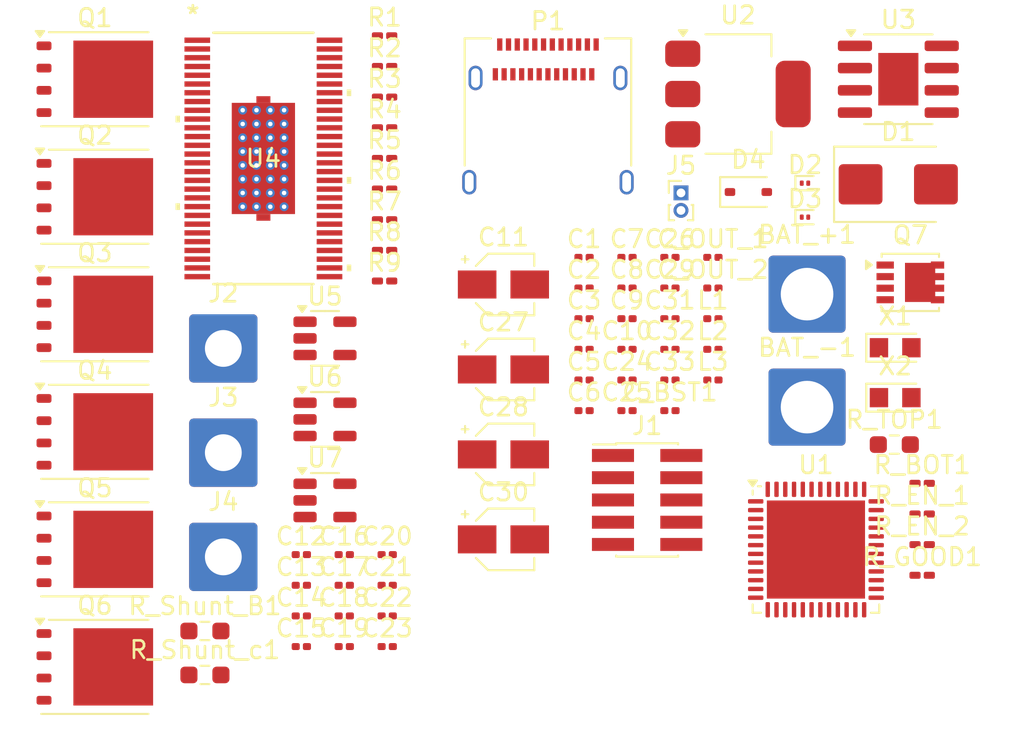
<source format=kicad_pcb>
(kicad_pcb (version 20240108) (generator "pcbnew") (generator_version "8.0")
  (layers (0 "F.Cu" signal) (1 "In1.Cu" power) (2 "In2.Cu" power) (31 "B.Cu" signal) (34 "B.Paste" user) (35 "F.Paste" user) (36 "B.SilkS" user "B.Silkscreen") (37 "F.SilkS" user "F.Silkscreen") (38 "B.Mask" user) (39 "F.Mask" user) (44 "Edge.Cuts" user))
  (net 0 "")
  (net 1 "+12V")
  (net 2 "Current_SP1-")
  (net 3 "Net-(U2-IN)")
  (net 4 "+3.3V")
  (net 5 "+3.3VA")
  (net 6 "Net-(U4A-BIAS)")
  (net 7 "Net-(U4B-CP1)")
  (net 8 "Net-(U4B-CP2)")
  (net 9 "Net-(U4B-GVDD)")
  (net 10 "GNDA")
  (net 11 "Net-(U4B-DVDD)")
  (net 12 "Net-(U4B-AVDD)")
  (net 13 "PH_BST_A")
  (net 14 "COMP_A")
  (net 15 "COMP_B")
  (net 16 "PH_BST_B")
  (net 17 "COMP_C")
  (net 18 "PH_BST_C")
  (net 19 "HSE_I")
  (net 20 "Net-(C30-Pad1)")
  (net 21 "HSE_O")
  (net 22 "LSE_I")
  (net 23 "LSE_O")
  (net 24 "Net-(U3-BST)")
  (net 25 "Net-(D1-K)")
  (net 26 "USB_D-")
  (net 27 "USB_D+")
  (net 28 "Net-(D4-A2)")
  (net 29 "JTAG_SWO")
  (net 30 "JTAG_SWDIO")
  (net 31 "JTAG_RESET")
  (net 32 "JTAG_SWCLK")
  (net 33 "JTAG_TDI")
  (net 35 "USART_RX")
  (net 36 "USART_TX")
  (net 39 "PH_GH_A")
  (net 40 "PH_GL_A")
  (net 41 "PH_GH_B")
  (net 42 "Current_SN1+")
  (net 43 "PH_GL_B")
  (net 44 "PH_GH_C")
  (net 45 "Current_SN2+")
  (net 46 "PH_GL_C")
  (net 47 "Net-(U5-+)")
  (net 48 "Net-(U6-+)")
  (net 49 "Net-(U7-+)")
  (net 50 "Net-(U5--)")
  (net 51 "Net-(U3-FB)")
  (net 52 "Net-(U3-EN)")
  (net 53 "Net-(U3-PGOOD)")
  (net 55 "Voltage_2")
  (net 56 "Voltage_1")
  (net 58 "CH")
  (net 59 "TEMP_2")
  (net 65 "Current_2")
  (net 66 "AH")
  (net 67 "CL")
  (net 68 "AL")
  (net 69 "TEMP_1")
  (net 70 "BEMF_A")
  (net 73 "Voltage_3")
  (net 76 "BEMF_B")
  (net 77 "BH")
  (net 79 "Current_1")
  (net 80 "BEMF_C")
  (net 81 "BL")
  (net 107 "MOT_A")
  (net 108 "MOT_B")
  (net 109 "MOT_C")
  (footprint "Inductor_SMD:L_0201_0603Metric" (layer "F.Cu") (at 85.2275 67.15)
    (property "Reference" "L1" (at 0 -1.05 0) (layer "F.SilkS"))
    (property "Value" "4.7u")
    (pad "1" smd roundrect (at -0.32 0) (size 0.46 0.4) (layers "F.Cu" "F.Mask") (net 25 "Net-(D1-K)"))
    (pad "2" smd roundrect (at 0.32 0) (size 0.46 0.4) (layers "F.Cu" "F.Mask") (net 4 "+3.3V"))
  )
  (footprint "Resistor_SMD:R_0603_1608Metric_Pad0.98x0.95mm_HandSolder" (layer "F.Cu") (at 56.2475 84.98)
    (property "Reference" "R_Shunt_B1" (at 0 -1.43 0) (layer "F.SilkS"))
    (property "Value" "R")
    (pad "1" smd roundrect (at -0.9125 0) (size 0.975 0.95) (layers "F.Cu" "F.Paste" "F.Mask") (net 42 "Current_SN1+"))
    (pad "2" smd roundrect (at 0.9125 0) (size 0.975 0.95) (layers "F.Cu" "F.Paste" "F.Mask") (net 2 "Current_SP1-"))
  )
  (footprint "Capacitor_SMD:C_0201_0603Metric" (layer "F.Cu") (at 85.2275 63.65)
    (property "Reference" "C_OUT_1" (at 0 -1.05 0) (layer "F.SilkS"))
    (property "Value" "0.1u")
    (pad "1" smd roundrect (at -0.32 0) (size 0.46 0.4) (layers "F.Cu" "F.Mask") (net 4 "+3.3V"))
    (pad "2" smd roundrect (at 0.32 0) (size 0.46 0.4) (layers "F.Cu" "F.Mask") (net 2 "Current_SP1-"))
  )
  (footprint "Capacitor_SMD:C_0201_0603Metric" (layer "F.Cu") (at 64.1975 82.37)
    (property "Reference" "C17" (at 0 -1.05 0) (layer "F.SilkS"))
    (property "Value" "C13")
    (pad "1" smd roundrect (at -0.32 0) (size 0.46 0.4) (layers "F.Cu" "F.Mask") (net 9 "Net-(U4B-GVDD)"))
    (pad "2" smd roundrect (at 0.32 0) (size 0.46 0.4) (layers "F.Cu" "F.Mask") (net 2 "Current_SP1-"))
  )
  (footprint "Capacitor_SMD:C_0201_0603Metric" (layer "F.Cu") (at 82.7775 65.4)
    (property "Reference" "C29" (at 0 -1.05 0) (layer "F.SilkS"))
    (property "Value" "10n")
    (pad "1" smd roundrect (at -0.32 0) (size 0.46 0.4) (layers "F.Cu" "F.Mask") (net 2 "Current_SP1-"))
    (pad "2" smd roundrect (at 0.32 0) (size 0.46 0.4) (layers "F.Cu" "F.Mask") (net 19 "HSE_I"))
  )
  (footprint "Package_TO_SOT_SMD:SOT-23-5" (layer "F.Cu") (at 63.0975 72.9)
    (property "Reference" "U6" (at 0 -2.4 0) (layer "F.SilkS"))
    (property "Value" "LM397")
    (pad "1" smd roundrect (at -1.1375 -0.95) (size 1.325 0.6) (layers "F.Cu" "F.Paste" "F.Mask") (net 50 "Net-(U5--)"))
    (pad "2" smd roundrect (at -1.1375 0) (size 1.325 0.6) (layers "F.Cu" "F.Paste" "F.Mask") (net 2 "Current_SP1-"))
    (pad "3" smd roundrect (at -1.1375 0.95) (size 1.325 0.6) (layers "F.Cu" "F.Paste" "F.Mask") (net 48 "Net-(U6-+)"))
    (pad "4" smd roundrect (at 1.1375 0.95) (size 1.325 0.6) (layers "F.Cu" "F.Paste" "F.Mask") (net 76 "BEMF_B"))
    (pad "5" smd roundrect (at 1.1375 -0.95) (size 1.325 0.6) (layers "F.Cu" "F.Paste" "F.Mask") (net 4 "+3.3V"))
  )
  (footprint "Package_TO_SOT_SMD:TDSON-8-1" (layer "F.Cu") (at 49.9675 73.61)
    (property "Reference" "Q4" (at 0 -3.5 0) (layer "F.SilkS"))
    (property "Value" "CSD17578Q5A")
    (pad "1" smd roundrect (at -2.9 -1.905) (size 0.85 0.5) (layers "F.Cu" "F.Paste" "F.Mask") (net 42 "Current_SN1+"))
    (pad "2" smd roundrect (at -2.9 -0.635) (size 0.85 0.5) (layers "F.Cu" "F.Paste" "F.Mask") (net 42 "Current_SN1+"))
    (pad "3" smd roundrect (at -2.9 0.635) (size 0.85 0.5) (layers "F.Cu" "F.Paste" "F.Mask") (net 42 "Current_SN1+"))
    (pad "4" smd roundrect (at -2.9 1.905) (size 0.85 0.5) (layers "F.Cu" "F.Paste" "F.Mask") (net 43 "PH_GL_B"))
    (pad "5" smd rect (at 1.05 0) (size 4.55 4.41) (layers "F.Cu") (net 108 "MOT_B"))
  )
  (footprint "Connector_Wire:SolderWire-1.5sqmm_1x01_D1.7mm_OD3.9mm" (layer "F.Cu") (at 57.2975 68.85)
    (property "Reference" "J2" (at 0 -3.15 0) (layer "F.SilkS"))
    (property "Value" "Conn_01x01_Pin")
    (pad "1" thru_hole roundrect (at 0 0) (size 3.9 3.9) (drill 2.1) (layers "*.Cu" "*.Mask") (roundrect_rratio 0.064103) (net 107 "MOT_A"))
  )
  (footprint "Package_TO_SOT_SMD:TDSON-8-1" (layer "F.Cu") (at 49.9675 60.19)
    (property "Reference" "Q2" (at 0 -3.5 0) (layer "F.SilkS"))
    (property "Value" "CSD17578Q5A")
    (pad "1" smd roundrect (at -2.9 -1.905) (size 0.85 0.5) (layers "F.Cu" "F.Paste" "F.Mask") (net 2 "Current_SP1-"))
    (pad "2" smd roundrect (at -2.9 -0.635) (size 0.85 0.5) (layers "F.Cu" "F.Paste" "F.Mask") (net 2 "Current_SP1-"))
    (pad "3" smd roundrect (at -2.9 0.635) (size 0.85 0.5) (layers "F.Cu" "F.Paste" "F.Mask") (net 2 "Current_SP1-"))
    (pad "4" smd roundrect (at -2.9 1.905) (size 0.85 0.5) (layers "F.Cu" "F.Paste" "F.Mask") (net 40 "PH_GL_A"))
    (pad "5" smd rect (at 1.05 0) (size 4.55 4.41) (layers "F.Cu") (net 107 "MOT_A"))
  )
  (footprint "Connector_PinHeader_1.00mm:PinHeader_1x02_P1.00mm_Vertical" (layer "F.Cu") (at 83.4075 59.97)
    (property "Reference" "J5" (at 0 -1.56 0) (layer "F.SilkS"))
    (property "Value" "Conn_01x02_Pin")
    (pad "1" thru_hole rect (at 0 0) (size 0.85 0.85) (drill 0.5) (layers "*.Cu" "*.Mask") (net 36 "USART_TX"))
    (pad "2" thru_hole oval (at 0 1) (size 0.85 0.85) (drill 0.5) (layers "*.Cu" "*.Mask") (net 35 "USART_RX"))
  )
  (footprint "Package_TO_SOT_SMD:TDSON-8-1" (layer "F.Cu") (at 49.9675 53.48)
    (property "Reference" "Q1" (at 0 -3.5 0) (layer "F.SilkS"))
    (property "Value" "CSD17578Q5A")
    (pad "1" smd roundrect (at -2.9 -1.905) (size 0.85 0.5) (layers "F.Cu" "F.Paste" "F.Mask") (net 107 "MOT_A"))
    (pad "2" smd roundrect (at -2.9 -0.635) (size 0.85 0.5) (layers "F.Cu" "F.Paste" "F.Mask") (net 107 "MOT_A"))
    (pad "3" smd roundrect (at -2.9 0.635) (size 0.85 0.5) (layers "F.Cu" "F.Paste" "F.Mask") (net 107 "MOT_A"))
    (pad "4" smd roundrect (at -2.9 1.905) (size 0.85 0.5) (layers "F.Cu" "F.Paste" "F.Mask") (net 39 "PH_GH_A"))
    (pad "5" smd rect (at 1.05 0) (size 4.55 4.41) (layers "F.Cu") (net 1 "+12V"))
  )
  (footprint "Resistor_SMD:R_0603_1608Metric_Pad0.98x0.95mm_HandSolder" (layer "F.Cu") (at 95.5775 74.34)
    (property "Reference" "R_TOP1" (at 0 -1.43 0) (layer "F.SilkS"))
    (property "Value" "31.6k")
    (pad "1" smd roundrect (at -0.9125 0) (size 0.975 0.95) (layers "F.Cu" "F.Paste" "F.Mask") (net 4 "+3.3V"))
    (pad "2" smd roundrect (at 0.9125 0) (size 0.975 0.95) (layers "F.Cu" "F.Paste" "F.Mask") (net 51 "Net-(U3-FB)"))
  )
  (footprint "Capacitor_SMD:C_0201_0603Metric" (layer "F.Cu") (at 80.3275 70.65)
    (property "Reference" "C24" (at 0 -1.05 0) (layer "F.SilkS"))
    (property "Value" "100n")
    (pad "1" smd roundrect (at -0.32 0) (size 0.46 0.4) (layers "F.Cu" "F.Mask") (net 4 "+3.3V"))
    (pad "2" smd roundrect (at 0.32 0) (size 0.46 0.4) (layers "F.Cu" "F.Mask") (net 2 "Current_SP1-"))
  )
  (footprint "Diode_SMD:Infineon_SG-WLL-2-3_0.58x0.28_P0.36mm" (layer "F.Cu") (at 90.4825 61.355)
    (property "Reference" "D3" (at 0 -1.05 0) (layer "F.SilkS"))
    (property "Value" "ESD131-B1-W0201")
    (pad "1" smd roundrect (at -0.185 0) (size 0.22 0.3) (layers "F.Cu" "F.Mask") (net 2 "Current_SP1-"))
    (pad "2" smd roundrect (at 0.185 0) (size 0.22 0.3) (layers "F.Cu" "F.Mask") (net 27 "USB_D+"))
  )
  (footprint "Resistor_SMD:R_0201_0603Metric_Pad0.64x0.40mm_HandSolder" (layer "F.Cu") (at 66.4975 65)
    (property "Reference" "R9" (at 0 -1.05 0) (layer "F.SilkS"))
    (property "Value" "R")
    (pad "1" smd roundrect (at -0.4075 0) (size 0.635 0.4) (layers "F.Cu" "F.Mask") (net 2 "Current_SP1-"))
    (pad "2" smd roundrect (at 0.4075 0) (size 0.635 0.4) (layers "F.Cu" "F.Mask") (net 49 "Net-(U7-+)"))
  )
  (footprint "Package_TO_SOT_SMD:TDSON-8-1" (layer "F.Cu") (at 49.9675 66.9)
    (property "Reference" "Q3" (at 0 -3.5 0) (layer "F.SilkS"))
    (property "Value" "CSD17578Q5A")
    (pad "1" smd roundrect (at -2.9 -1.905) (size 0.85 0.5) (layers "F.Cu" "F.Paste" "F.Mask") (net 108 "MOT_B"))
    (pad "2" smd roundrect (at -2.9 -0.635) (size 0.85 0.5) (layers "F.Cu" "F.Paste" "F.Mask") (net 108 "MOT_B"))
    (pad "3" smd roundrect (at -2.9 0.635) (size 0.85 0.5) (layers "F.Cu" "F.Paste" "F.Mask") (net 108 "MOT_B"))
    (pad "4" smd roundrect (at -2.9 1.905) (size 0.85 0.5) (layers "F.Cu" "F.Paste" "F.Mask") (net 41 "PH_GH_B"))
    (pad "5" smd rect (at 1.05 0) (size 4.55 4.41) (layers "F.Cu") (net 1 "+12V"))
  )
  (footprint "Diode_SMD:Infineon_SG-WLL-2-3_0.58x0.28_P0.36mm" (layer "F.Cu") (at 90.4825 59.415)
    (property "Reference" "D2" (at 0 -1.05 0) (layer "F.SilkS"))
    (property "Value" "ESD131-B1-W0201")
    (pad "1" smd roundrect (at -0.185 0) (size 0.22 0.3) (layers "F.Cu" "F.Mask") (net 2 "Current_SP1-"))
    (pad "2" smd roundrect (at 0.185 0) (size 0.22 0.3) (layers "F.Cu" "F.Mask") (net 26 "USB_D-"))
  )
  (footprint "Capacitor_SMD:C_0201_0603Metric" (layer "F.Cu") (at 82.7775 70.65)
    (property "Reference" "C33" (at 0 -1.05 0) (layer "F.SilkS"))
    (property "Value" "10n")
    (pad "1" smd roundrect (at -0.32 0) (size 0.46 0.4) (layers "F.Cu" "F.Mask") (net 23 "LSE_O"))
    (pad "2" smd roundrect (at 0.32 0) (size 0.46 0.4) (layers "F.Cu" "F.Mask") (net 2 "Current_SP1-"))
  )
  (footprint "Capacitor_SMD:C_0201_0603Metric" (layer "F.Cu") (at 61.7475 80.62)
    (property "Reference" "C12" (at 0 -1.05 0) (layer "F.SilkS"))
    (property "Value" "0.1u")
    (pad "1" smd roundrect (at -0.32 0) (size 0.46 0.4) (layers "F.Cu" "F.Mask") (net 6 "Net-(U4A-BIAS)"))
    (pad "2" smd roundrect (at 0.32 0) (size 0.46 0.4) (layers "F.Cu" "F.Mask") (net 2 "Current_SP1-"))
  )
  (footprint "Connector_Wire:SolderWire-1.5sqmm_1x01_D1.7mm_OD3.9mm" (layer "F.Cu") (at 57.2975 74.8)
    (property "Reference" "J3" (at 0 -3.15 0) (layer "F.SilkS"))
    (property "Value" "Conn_01x01_Pin")
    (pad "1" thru_hole roundrect (at 0 0) (size 3.9 3.9) (drill 2.1) (layers "*.Cu" "*.Mask") (roundrect_rratio 0.064103) (net 108 "MOT_B"))
  )
  (footprint "Resistor_SMD:R_0201_0603Metric_Pad0.64x0.40mm_HandSolder" (layer "F.Cu") (at 66.4975 58)
    (property "Reference" "R5" (at 0 -1.05 0) (layer "F.SilkS"))
    (property "Value" "R")
    (pad "1" smd roundrect (at -0.4075 0) (size 0.635 0.4) (layers "F.Cu" "F.Mask") (net 50 "Net-(U5--)"))
    (pad "2" smd roundrect (at 0.4075 0) (size 0.635 0.4) (layers "F.Cu" "F.Mask") (net 48 "Net-(U6-+)"))
  )
  (footprint "Capacitor_SMD:C_0201_0603Metric" (layer "F.Cu") (at 82.7775 63.65)
    (property "Reference" "C26" (at 0 -1.05 0) (layer "F.SilkS"))
    (property "Value" "100n")
    (pad "1" smd roundrect (at -0.32 0) (size 0.46 0.4) (layers "F.Cu" "F.Mask") (net 4 "+3.3V"))
    (pad "2" smd roundrect (at 0.32 0) (size 0.46 0.4) (layers "F.Cu" "F.Mask") (net 2 "Current_SP1-"))
  )
  (footprint "Resistor_SMD:R_0201_0603Metric_Pad0.64x0.40mm_HandSolder" (layer "F.Cu") (at 66.4975 59.75)
    (property "Reference" "R6" (at 0 -1.05 0) (layer "F.SilkS"))
    (property "Value" "R")
    (pad "1" smd roundrect (at -0.4075 0) (size 0.635 0.4) (layers "F.Cu" "F.Mask") (net 50 "Net-(U5--)"))
    (pad "2" smd roundrect (at 0.4075 0) (size 0.635 0.4) (layers "F.Cu" "F.Mask") (net 49 "Net-(U7-+)"))
  )
  (footprint "Capacitor_SMD:CP_Elec_3x5.3" (layer "F.Cu") (at 73.2775 79.75)
    (property "Reference" "C30" (at 0 -2.7 0) (layer "F.SilkS"))
    (property "Value" "100u")
    (pad "1" smd rect (at -1.5 0) (size 2.2 1.6) (layers "F.Cu" "F.Paste" "F.Mask") (net 20 "Net-(C30-Pad1)"))
    (pad "2" smd rect (at 1.5 0) (size 2.2 1.6) (layers "F.Cu" "F.Paste" "F.Mask") (net 2 "Current_SP1-"))
  )
  (footprint "Resistor_SMD:R_0201_0603Metric_Pad0.64x0.40mm_HandSolder" (layer "F.Cu") (at 66.4975 61.5)
    (property "Reference" "R7" (at 0 -1.05 0) (layer "F.SilkS"))
    (property "Value" "R")
    (pad "1" smd roundrect (at -0.4075 0) (size 0.635 0.4) (layers "F.Cu" "F.Mask") (net 2 "Current_SP1-"))
    (pad "2" smd roundrect (at 0.4075 0) (size 0.635 0.4) (layers "F.Cu" "F.Mask") (net 47 "Net-(U5-+)"))
  )
  (footprint "Capacitor_SMD:C_0201_0603Metric" (layer "F.Cu") (at 77.8775 72.4)
    (property "Reference" "C6" (at 0 -1.05 0) (layer "F.SilkS"))
    (property "Value" "100n")
    (pad "1" smd roundrect (at -0.32 0) (size 0.46 0.4) (layers "F.Cu" "F.Mask") (net 4 "+3.3V"))
    (pad "2" smd roundrect (at 0.32 0) (size 0.46 0.4) (layers "F.Cu" "F.Mask") (net 2 "Current_SP1-"))
  )
  (footprint "Capacitor_SMD:CP_Elec_3x5.3" (layer "F.Cu") (at 73.2775 74.9)
    (property "Reference" "C28" (at 0 -2.7 0) (layer "F.SilkS"))
    (property "Value" "100u")
    (pad "1" smd rect (at -1.5 0) (size 2.2 1.6) (layers "F.Cu" "F.Paste" "F.Mask") (net 1 "+12V"))
    (pad "2" smd rect (at 1.5 0) (size 2.2 1.6) (layers "F.Cu" "F.Paste" "F.Mask") (net 2 "Current_SP1-"))
  )
  (footprint "Package_SO:Vishay_PowerPAK_1212-8_Single" (layer "F.Cu") (at 96.4925 65.08)
    (property "Reference" "Q7" (at 0 -2.7 0) (layer "F.SilkS"))
    (property "Value" "Si7617DN")
    (pad "1" smd rect (at -1.435 -0.99) (size 0.99 0.405) (layers "F.Cu" "F.Paste" "F.Mask") (net 20 "Net-(C30-Pad1)"))
    (pad "2" smd rect (at -1.435 -0.33) (size 0.99 0.405) (layers "F.Cu" "F.Paste" "F.Mask") (net 20 "Net-(C30-Pad1)"))
    (pad "3" smd rect (at -1.435 0.33) (size 0.99 0.405) (layers "F.Cu" "F.Paste" "F.Mask") (net 20 "Net-(C30-Pad1)"))
    (pad "4" smd rect (at -1.435 0.99) (size 0.99 0.405) (layers "F.Cu" "F.Paste" "F.Mask") (net 2 "Current_SP1-"))
    (pad "5" smd custom (at 0.5575 0) (size 1.725 2.235) (layers "F.Cu" "F.Paste" "F.Mask") (net 28 "Net-(D4-A2)") (options (clearance outline) (anchor rect)) (primitives (gr_poly (pts (xy 1.3725 -0.7875) (xy 0.8625 -0.7875) (xy 0.8625 -0.5325) (xy 1.3725 -0.5325) (xy 1.3725 -0.1275) (xy 0.8625 -0.1275) (xy 0.8625 0.1275) (xy 1.3725 0.1275) (xy 1.3725 0.5325) (xy 0.8625 0.5325) (xy 0.8625 0.7875) (xy 1.3725 0.7875) (xy 1.3725 1.195) (xy 0.6125 1.195) (xy 0.6125 -1.195) (xy 1.3725 -1.195)) (width 0) (fill yes))))
  )
  (footprint "Capacitor_SMD:C_0201_0603Metric" (layer "F.Cu") (at 77.8775 63.65)
    (property "Reference" "C1" (at 0 -1.05 0) (layer "F.SilkS"))
    (property "Value" "10u 25V")
    (pad "1" smd roundrect (at -0.32 0) (size 0.46 0.4) (layers "F.Cu" "F.Mask") (net 1 "+12V"))
    (pad "2" smd roundrect (at 0.32 0) (size 0.46 0.4) (layers "F.Cu" "F.Mask") (net 2 "Current_SP1-"))
  )
  (footprint "Inductor_SMD:L_0201_0603Metric" (layer "F.Cu") (at 85.2275 68.9)
    (property "Reference" "L2" (at 0 -1.05 0) (layer "F.SilkS"))
    (property "Value" "1u")
    (pad "1" smd roundrect (at -0.32 0) (size 0.46 0.4) (layers "F.Cu" "F.Mask") (net 4 "+3.3V"))
    (pad "2" smd roundrect (at 0.32 0) (size 0.46 0.4) (layers "F.Cu" "F.Mask") (net 5 "+3.3VA"))
  )
  (footprint "Crystal:Crystal_SMD_2012-2Pin_2.0x1.2mm_HandSoldering" (layer "F.Cu") (at 95.6275 68.81)
    (property "Reference" "X1" (at 0 -1.8 0) (layer "F.SilkS"))
    (property "Value" "32MHz")
    (pad "1" smd rect (at -0.925 0) (size 1.05 1.1) (layers "F.Cu" "F.Paste" "F.Mask") (net 21 "HSE_O"))
    (pad "2" smd rect (at 0.925 0) (size 1.05 1.1) (layers "F.Cu" "F.Paste" "F.Mask") (net 19 "HSE_I"))
  )
  (footprint "Capacitor_SMD:C_0201_0603Metric" (layer "F.Cu") (at 66.6475 82.37)
    (property "Reference" "C21" (at 0 -1.05 0) (layer "F.SilkS"))
    (property "Value" "0.1u")
    (pad "1" smd roundrect (at -0.32 0) (size 0.46 0.4) (layers "F.Cu" "F.Mask") (net 16 "PH_BST_B"))
    (pad "2" smd roundrect (at 0.32 0) (size 0.46 0.4) (layers "F.Cu" "F.Mask") (net 108 "MOT_B"))
  )
  (footprint "Resistor_SMD:R_0201_0603Metric_Pad0.64x0.40mm_HandSolder" (layer "F.Cu") (at 66.4975 52.75)
    (property "Reference" "R2" (at 0 -1.05 0) (layer "F.SilkS"))
    (property "Value" "R")
    (pad "1" smd roundrect (at -0.4075 0) (size 0.635 0.4) (layers "F.Cu" "F.Mask") (net 48 "Net-(U6-+)"))
    (pad "2" smd roundrect (at 0.4075 0) (size 0.635 0.4) (layers "F.Cu" "F.Mask") (net 15 "COMP_B"))
  )
  (footprint "Capacitor_SMD:C_0201_0603Metric" (layer "F.Cu") (at 80.3275 67.15)
    (property "Reference" "C9" (at 0 -1.05 0) (layer "F.SilkS"))
    (property "Value" "4.7u")
    (pad "1" smd roundrect (at -0.32 0) (size 0.46 0.4) (layers "F.Cu" "F.Mask") (net 5 "+3.3VA"))
    (pad "2" smd roundrect (at 0.32 0) (size 0.46 0.4) (layers "F.Cu" "F.Mask") (net 2 "Current_SP1-"))
  )
  (footprint "Diode_SMD:D_SMB" (layer "F.Cu") (at 95.8025 59.48)
    (property "Reference" "D1" (at 0 -3 0) (layer "F.SilkS"))
    (property "Value" "SSB43L")
    (pad "1" smd roundrect (at -2.15 0) (size 2.5 2.3) (layers "F.Cu" "F.Paste" "F.Mask") (roundrect_rratio 0.1086956522) (net 25 "Net-(D1-K)"))
    (pad "2" smd roundrect (at 2.15 0) (size 2.5 2.3) (layers "F.Cu" "F.Paste" "F.Mask") (roundrect_rratio 0.1086956522) (net 2 "Current_SP1-"))
  )
  (footprint "Resistor_SMD:R_0201_0603Metric_Pad0.64x0.40mm_HandSolder" (layer "F.Cu") (at 97.1675 76.55)
    (property "Reference" "R_BOT1" (at 0 -1.05 0) (layer "F.SilkS"))
    (property "Value" "10.2k")
    (pad "1" smd roundrect (at -0.4075 0) (size 0.635 0.4) (layers "F.Cu" "F.Mask") (net 51 "Net-(U3-FB)"))
    (pad "2" smd roundrect (at 0.4075 0) (size 0.635 0.4) (layers "F.Cu" "F.Mask") (net 2 "Current_SP1-"))
  )
  (footprint "Capacitor_SMD:C_0201_0603Metric" (layer "F.Cu") (at 80.3275 65.4)
    (property "Reference" "C8" (at 0 -1.05 0) (layer "F.SilkS"))
    (property "Value" "100n")
    (pad "1" smd roundrect (at -0.32 0) (size 0.46 0.4) (layers "F.Cu" "F.Mask") (net 4 "+3.3V"))
    (pad "2" smd roundrect (at 0.32 0) (size 0.46 0.4) (layers "F.Cu" "F.Mask") (net 2 "Current_SP1-"))
  )
  (footprint "Connector_Wire:SolderWire-1.5sqmm_1x01_D1.7mm_OD3.9mm" (layer "F.Cu") (at 57.2975 80.75)
    (property "Reference" "J4" (at 0 -3.15 0) (layer "F.SilkS"))
    (property "Value" "Conn_01x01_Pin")
    (pad "1" thru_hole roundrect (at 0 0) (size 3.9 3.9) (drill 2.1) (layers "*.Cu" "*.Mask") (roundrect_rratio 0.064103) (net 109 "MOT_C"))
  )
  (footprint "Package_SO:SOIC-8-1EP_3.9x4.9mm_P1.27mm_EP2.29x3mm" (layer "F.Cu") (at 95.8075 53.48)
    (property "Reference" "U3" (at 0 -3.4 0) (layer "F.SilkS"))
    (property "Value" "ADP2302ARDZ-3.3")
    (pad "1" smd roundrect (at -2.475 -1.905) (size 1.95 0.6) (layers "F.Cu" "F.Paste" "F.Mask") (net 24 "Net-(U3-BST)"))
    (pad "2" smd roundrect (at -2.475 -0.635) (size 1.95 0.6) (layers "F.Cu" "F.Paste" "F.Mask") (net 1 "+12V"))
    (pad "3" smd roundrect (at -2.475 0.635) (size 1.95 0.6) (layers "F.Cu" "F.Paste" "F.Mask") (net 52 "Net-(U3-EN)"))
    (pad "4" smd roundrect (at -2.475 1.905) (size 1.95 0.6) (layers "F.Cu" "F.Paste" "F.Mask") (net 53 "Net-(U3-PGOOD)"))
    (pad "5" smd roundrect (at 2.475 1.905) (size 1.95 0.6) (layers "F.Cu" "F.Paste" "F.Mask") (net 51 "Net-(U3-FB)"))
    (pad "6" smd roundrect (at 2.475 0.635) (size 1.95 0.6) (layers "F.Cu" "F.Paste" "F.Mask"))
    (pad "7" smd roundrect (at 2.475 -0.635) (size 1.95 0.6) (layers "F.Cu" "F.Paste" "F.Mask") (net 2 "Current_SP1-"))
    (pad "8" smd roundrect (at 2.475 -1.905) (size 1.95 0.6) (layers "F.Cu" "F.Paste" "F.Mask") (net 25 "Net-(D1-K)"))
    (pad "9" smd rect (at 0 0) (size 2.29 3) (property pad_prop_heatsink) (layers "F.Cu" "F.Mask") (net 2 "Current_SP1-"))
  )
  (footprint "Capacitor_SMD:C_0201_0603Metric" (layer "F.Cu") (at 85.2275 65.4)
    (property "Reference" "C_OUT_2" (at 0 -1.05 0) (layer "F.SilkS"))
    (property "Value" "0.1u")
    (pad "1" smd roundrect (at -0.32 0) (size 0.46 0.4) (layers "F.Cu" "F.Mask") (net 4 "+3.3V"))
    (pad "2" smd roundrect (at 0.32 0) (size 0.46 0.4) (layers "F.Cu" "F.Mask") (net 2 "Current_SP1-"))
  )
  (footprint "Capacitor_SMD:C_0201_0603Metric" (layer "F.Cu") (at 82.7775 72.4)
    (property "Reference" "C_BST1" (at 0 -1.05 0) (layer "F.SilkS"))
    (property "Value" "0.1u")
    (pad "1" smd roundrect (at -0.32 0) (size 0.46 0.4) (layers "F.Cu" "F.Mask") (net 24 "Net-(U3-BST)"))
    (pad "2" smd roundrect (at 0.32 0) (size 0.46 0.4) (layers "F.Cu" "F.Mask") (net 25 "Net-(D1-K)"))
  )
  (footprint "Capacitor_SMD:C_0201_0603Metric" (layer "F.Cu") (at 61.7475 82.37)
    (property "Reference" "C13" (at 0 -1.05 0) (layer "F.SilkS"))
    (property "Value" "C13")
    (pad "1" smd roundrect (at -0.32 0) (size 0.46 0.4) (layers "F.Cu" "F.Mask") (net 7 "Net-(U4B-CP1)"))
    (pad "2" smd roundrect (at 0.32 0) (size 0.46 0.4) (layers "F.Cu" "F.Mask") (net 8 "Net-(U4B-CP2)"))
  )
  (footprint "Inductor_SMD:L_0201_0603Metric" (layer "F.Cu") (at 85.2275 70.65)
    (property "Reference" "L3" (at 0 -1.05 0) (layer "F.SilkS"))
    (property "Value" "1u")
    (pad "1" smd roundrect (at -0.32 0) (size 0.46 0.4) (layers "F.Cu" "F.Mask") (net 20 "Net-(C30-Pad1)"))
    (pad "2" smd roundrect (at 0.32 0) (size 0.46 0.4) (layers "F.Cu" "F.Mask") (net 1 "+12V"))
  )
  (footprint "Capacitor_SMD:C_0201_0603Metric" (layer "F.Cu") (at 77.8775 65.4)
    (property "Reference" "C2" (at 0 -1.05 0) (layer "F.SilkS"))
    (property "Value" "10u")
    (pad "1" smd roundrect (at -0.32 0) (size 0.46 0.4) (layers "F.Cu" "F.Mask") (net 3 "Net-(U2-IN)"))
    (pad "2" smd roundrect (at 0.32 0) (size 0.46 0.4) (layers "F.Cu" "F.Mask") (net 2 "Current_SP1-"))
  )
  (footprint "Resistor_SMD:R_0201_0603Metric_Pad0.64x0.40mm_HandSolder" (layer "F.Cu") (at 66.4975 51)
    (property "Reference" "R1" (at 0 -1.05 0) (layer "F.SilkS"))
    (property "Value" "R")
    (pad "1" smd roundrect (at -0.4075 0) (size 0.635 0.4) (layers "F.Cu" "F.Mask") (net 47 "Net-(U5-+)"))
    (pad "2" smd roundrect (at 0.4075 0) (size 0.635 0.4) (layers "F.Cu" "F.Mask") (net 14 "COMP_A"))
  )
  (footprint "Resistor_SMD:R_0201_0603Metric_Pad0.64x0.40mm_HandSolder" (layer "F.Cu") (at 97.1675 78.3)
    (property "Reference" "R_EN_1" (at 0 -1.05 0) (layer "F.SilkS"))
    (property "Value" "56k")
    (pad "1" smd roundrect (at -0.4075 0) (size 0.635 0.4) (layers "F.Cu" "F.Mask") (net 1 "+12V"))
    (pad "2" smd roundrect (at 0.4075 0) (size 0.635 0.4) (layers "F.Cu" "F.Mask") (net 52 "Net-(U3-EN)"))
  )
  (footprint "Capacitor_SMD:C_0201_0603Metric" (layer "F.Cu") (at 66.6475 84.12)
    (property "Reference" "C22" (at 0 -1.05 0) (layer "F.SilkS"))
    (property "Value" "0.1u")
    (pad "1" smd roundrect (at -0.32 0) (size 0.46 0.4) (layers "F.Cu" "F.Mask") (net 18 "PH_BST_C"))
    (pad "2" smd roundrect (at 0.32 0) (size 0.46 0.4) (layers "F.Cu" "F.Mask") (net 109 "MOT_C"))
  )
  (footprint "Package_DFN_QFN:QFN-48-1EP_7x7mm_P0.5mm_EP5.6x5.6mm" (layer "F.Cu") (at 91.1075 80.33)
    (property "Reference" "U1" (at 0 -4.83 0) (layer "F.SilkS"))
    (property "Value" "STM32G491CCUx")
    (pad "1" smd roundrect (at -3.4375 -2.75) (size 0.875 0.25) (layers "F.Cu" "F.Paste" "F.Mask") (net 4 "+3.3V"))
    (pad "2" smd roundrect (at -3.4375 -2.25) (size 0.875 0.25) (layers "F.Cu" "F.Paste" "F.Mask"))
    (pad "3" smd roundrect (at -3.4375 -1.75) (size 0.875 0.25) (layers "F.Cu" "F.Paste" "F.Mask") (net 22 "LSE_I"))
    (pad "4" smd roundrect (at -3.4375 -1.25) (size 0.875 0.25) (layers "F.Cu" "F.Paste" "F.Mask") (net 23 "LSE_O"))
    (pad "5" smd roundrect (at -3.4375 -0.75) (size 0.875 0.25) (layers "F.Cu" "F.Paste" "F.Mask") (net 19 "HSE_I"))
    (pad "6" smd roundrect (at -3.4375 -0.25) (size 0.875 0.25) (layers "F.Cu" "F.Paste" "F.Mask") (net 21 "HSE_O"))
    (pad "7" smd roundrect (at -3.4375 0.25) (size 0.875 0.25) (layers "F.Cu" "F.Paste" "F.Mask") (net 68 "AL"))
    (pad "8" smd roundrect (at -3.4375 0.75) (size 0.875 0.25) (layers "F.Cu" "F.Paste" "F.Mask") (net 66 "AH"))
    (pad "9" smd roundrect (at -3.4375 1.25) (size 0.875 0.25) (layers "F.Cu" "F.Paste" "F.Mask") (net 77 "BH"))
    (pad "10" smd roundrect (at -3.4375 1.75) (size 0.875 0.25) (layers "F.Cu" "F.Paste" "F.Mask") (net 81 "BL"))
    (pad "11" smd roundrect (at -3.4375 2.25) (size 0.875 0.25) (layers "F.Cu" "F.Paste" "F.Mask") (net 58 "CH"))
    (pad "12" smd roundrect (at -3.4375 2.75) (size 0.875 0.25) (layers "F.Cu" "F.Paste" "F.Mask") (net 67 "CL"))
    (pad "13" smd roundrect (at -2.75 3.4375) (size 0.25 0.875) (layers "F.Cu" "F.Paste" "F.Mask") (net 70 "BEMF_A"))
    (pad "14" smd roundrect (at -2.25 3.4375) (size 0.25 0.875) (layers "F.Cu" "F.Paste" "F.Mask") (net 76 "BEMF_B"))
    (pad "15" smd roundrect (at -1.75 3.4375) (size 0.25 0.875) (layers "F.Cu" "F.Paste" "F.Mask") (net 80 "BEMF_C"))
    (pad "16" smd roundrect (at -1.25 3.4375) (size 0.25 0.875) (layers "F.Cu" "F.Paste" "F.Mask") (net 69 "TEMP_1"))
    (pad "17" smd roundrect (at -0.75 3.4375) (size 0.25 0.875) (layers "F.Cu" "F.Paste" "F.Mask") (net 59 "TEMP_2"))
    (pad "18" smd roundrect (at -0.25 3.4375) (size 0.25 0.875) (layers "F.Cu" "F.Paste" "F.Mask") (net 79 "Current_1"))
    (pad "19" smd roundrect (at 0.25 3.4375) (size 0.25 0.875) (layers "F.Cu" "F.Paste" "F.Mask"))
    (pad "20" smd roundrect (at 0.75 3.4375) (size 0.25 0.875) (layers "F.Cu" "F.Paste" "F.Mask"))
    (pad "21" smd roundrect (at 1.25 3.4375) (size 0.25 0.875) (layers "F.Cu" "F.Paste" "F.Mask") (net 5 "+3.3VA"))
    (pad "22" smd roundrect (at 1.75 3.4375) (size 0.25 0.875) (layers "F.Cu" "F.Paste" "F.Mask"))
    (pad "23" smd roundrect (at 2.25 3.4375) (size 0.25 0.875) (layers "F.Cu" "F.Paste" "F.Mask") (net 4 "+3.3V"))
    (pad "24" smd roundrect (at 2.75 3.4375) (size 0.25 0.875) (layers "F.Cu" "F.Paste" "F.Mask") (net 65 "Current_2"))
    (pad "25" smd roundrect (at 3.4375 2.75) (size 0.875 0.25) (layers "F.Cu" "F.Paste" "F.Mask"))
    (pad "26" smd roundrect (at 3.4375 2.25) (size 0.875 0.25) (layers "F.Cu" "F.Paste" "F.Mask") (net 73 "Voltage_3"))
    (pad "27" smd roundrect (at 3.4375 1.75) (size 0.875 0.25) (layers "F.Cu" "F.Paste" "F.Mask") (net 55 "Voltage_2"))
    (pad "28" smd roundrect (at 3.4375 1.25) (size 0.875 0.25) (layers "F.Cu" "F.Paste" "F.Mask") (net 56 "Voltage_1"))
    (pad "29" smd roundrect (at 3.4375 0.75) (size 0.875 0.25) (layers "F.Cu" "F.Paste" "F.Mask"))
    (pad "30" smd roundrect (at 3.4375 0.25) (size 0.875 0.25) (layers "F.Cu" "F.Paste" "F.Mask"))
    (pad "31" smd roundrect (at 3.4375 -0.25) (size 0.875 0.25) (layers "F.Cu" "F.Paste" "F.Mask") (net 36 "USART_TX"))
    (pad "32" smd roundrect (at 3.4375 -0.75) (size 0.875 0.25) (layers "F.Cu" "F.Paste" "F.Mask") (net 35 "USART_RX"))
    (pad "33" smd roundrect (at 3.4375 -1.25) (size 0.875 0.25) (layers "F.Cu" "F.Paste" "F.Mask") (net 26 "USB_D-"))
    (pad "34" smd roundrect (at 3.4375 -1.75) (size 0.875 0.25) (layers "F.Cu" "F.Paste" "F.Mask") (net 27 "USB_D+"))
    (pad "35" smd roundrect (at 3.4375 -2.25) (size 0.875 0.25) (layers "F.Cu" "F.Paste" "F.Mask") (net 4 "+3.3V"))
    (pad "36" smd roundrect (at 3.4375 -2.75) (size 0.875 0.25) (layers "F.Cu" "F.Paste" "F.Mask") (net 30 "JTAG_SWDIO"))
    (pad "37" smd roundrect (at 2.75 -3.4375) (size 0.25 0.875) (layers "F.Cu" "F.Paste" "F.Mask") (net 32 "JTAG_SWCLK"))
    (pad "38" smd roundrect (at 2.25 -3.4375) (size 0.25 0.875) (layers "F.Cu" "F.Paste" "F.Mask") (net 33 "JTAG_TDI"))
    (pad "39" smd roundrect (at 1.75 -3.4375) (size 0.25 0.875) (layers "F.Cu" "F.Paste" "F.Mask"))
    (pad "40" smd roundrect (at 1.25 -3.4375) (size 0.25 0.875) (layers "F.Cu" "F.Paste" "F.Mask"))
    (pad "41" smd roundrect (at 0.75 -3.4375) (size 0.25 0.875) (layers "F.Cu" "F.Paste" "F.Mask") (net 29 "JTAG_SWO"))
    (pad "42" smd roundrect (at 0.25 -3.4375) (size 0.25 0.875) (layers "F.Cu" "F.Paste" "F.Mask") (net 31 "JTAG_RESET"))
    (pad "43" smd roundrect (at -0.25 -3.4375) (size 0.25 0.875) (layers "F.Cu" "F.Paste" "F.Mask"))
    (pad "44" smd roundrect (at -0.75 -3.4375) (size 0.25 0.875) (layers "F.Cu" "F.Paste" "F.Mask"))
    (pad "45" smd roundrect (at -1.25 -3.4375) (size 0.25 0.875) (layers "F.Cu" "F.Paste" "F.Mask"))
    (pad "46" smd roundrect (at -1.75 -3.4375) (size 0.25 0.875) (layers "F.Cu" "F.Paste" "F.Mask"))
    (pad "47" smd roundrect (at -2.25 -3.4375) (size 0.25 0.875) (layers "F.Cu" "F.Paste" "F.Mask"))
    (pad "48" smd roundrect (at -2.75 -3.4375) (size 0.25 0.875) (layers "F.Cu" "F.Paste" "F.Mask") (net 4 "+3.3V"))
    (pad "49" smd rect (at 0 0) (size 5.6 5.6) (property pad_prop_heatsink) (layers "F.Cu" "F.Mask") (net 2 "Current_SP1-"))
  )
  (footprint "Resistor_SMD:R_0201_0603Metric_Pad0.64x0.40mm_HandSolder" (layer "F.Cu") (at 66.4975 56.25)
    (property "Reference" "R4" (at 0 -1.05 0) (layer "F.SilkS"))
    (property "Value" "R")
    (pad "1" smd roundrect (at -0.4075 0) (size 0.635 0.4) (layers "F.Cu" "F.Mask") (net 50 "Net-(U5--)"))
    (pad "2" smd roundrect (at 0.4075 0) (size 0.635 0.4) (layers "F.Cu" "F.Mask") (net 47 "Net-(U5-+)"))
  )
  (footprint "Connector_Wire:SolderWire-2.5sqmm_1x01_D2.4mm_OD4.4mm" (layer "F.Cu") (at 90.6 72.2)
    (property "Reference" "BAT_-1" (at 0 -3.4 0) (layer "F.SilkS"))
    (property "Value" "BAT_OUT")
    (pad "1" thru_hole roundrect (at 0 0) (size 4.4 4.4) (drill 3) (layers "*.Cu" "*.Mask") (roundrect_rratio 0.056818) (net 2 "Current_SP1-"))
  )
  (footprint "Resistor_SMD:R_0201_0603Metric_Pad0.64x0.40mm_HandSolder" (layer "F.Cu") (at 97.1675 80.05)
    (property "Reference" "R_EN_2" (at 0 -1.05 0) (layer "F.SilkS"))
    (property "Value" "10.2k")
    (pad "1" smd roundrect (at -0.4075 0) (size 0.635 0.4) (layers "F.Cu" "F.Mask") (net 52 "Net-(U3-EN)"))
    (pad "2" smd roundrect (at 0.4075 0) (size 0.635 0.4) (layers "F.Cu" "F.Mask") (net 2 "Current_SP1-"))
  )
  (footprint "Capacitor_SMD:C_0201_0603Metric" (layer "F.Cu") (at 77.8775 70.65)
    (property "Reference" "C5" (at 0 -1.05 0) (layer "F.SilkS"))
    (property "Value" "100n")
    (pad "1" smd roundrect (at -0.32 0) (size 0.46 0.4) (layers "F.Cu" "F.Mask") (net 4 "+3.3V"))
    (pad "2" smd roundrect (at 0.32 0) (size 0.46 0.4) (layers "F.Cu" "F.Mask") (net 2 "Current_SP1-"))
  )
  (footprint "Capacitor_SMD:C_0201_0603Metric" (layer "F.Cu") (at 66.6475 85.87)
    (property "Reference" "C23" (at 0 -1.05 0) (layer "F.SilkS"))
    (property "Value" "100n")
    (pad "1" smd roundrect (at -0.32 0) (size 0.46 0.4) (layers "F.Cu" "F.Mask") (net 1 "+12V"))
    (pad "2" smd roundrect (at 0.32 0) (size 0.46 0.4) (layers "F.Cu" "F.Mask") (net 2 "Current_SP1-"))
  )
  (footprint "Connector_USB:USB_C_Receptacle_Amphenol_12401610E4-2A" (layer "F.Cu") (at 75.8175 56.52)
    (property "Reference" "P1" (at 0 -6.36 0) (layer "F.SilkS"))
    (property "Value" "USB_C_Plug_USB2.0")
    (pad "" np_thru_hole circle (at -3.6 -4.36) (size 0.65 0.65) (drill 0.65) (layers "*.Cu" "*.Mask"))
    (pad "" np_thru_hole oval (at 3.6 -4.36) (size 0.95 0.65) (drill oval 0.95 0.65) (layers "*.Cu" "*.Mask"))
    (pad "A1" smd rect (at -2.75 -5.02) (size 0.3 0.7) (layers "F.Cu" "F.Paste" "F.Mask") (net 2 "Current_SP1-"))
    (pad "A2" smd rect (at -2.25 -5.02) (size 0.3 0.7) (layers "F.Cu" "F.Paste" "F.Mask"))
    (pad "A3" smd rect (at -1.75 -5.02) (size 0.3 0.7) (layers "F.Cu" "F.Paste" "F.Mask"))
    (pad "A4" smd rect (at -1.25 -5.02) (size 0.3 0.7) (layers "F.Cu" "F.Paste" "F.Mask") (net 3 "Net-(U2-IN)"))
    (pad "A5" smd rect (at -0.75 -5.02) (size 0.3 0.7) (layers "F.Cu" "F.Paste" "F.Mask"))
    (pad "A6" smd rect (at -0.25 -5.02) (size 0.3 0.7) (layers "F.Cu" "F.Paste" "F.Mask") (net 27 "USB_D+"))
    (pad "A7" smd rect (at 0.25 -5.02) (size 0.3 0.7) (layers "F.Cu" "F.Paste" "F.Mask") (net 26 "USB_D-"))
    (pad "A8" smd rect (at 0.75 -5.02) (size 0.3 0.7) (layers "F.Cu" "F.Paste" "F.Mask"))
    (pad "A9" smd rect (at 1.25 -5.02) (size 0.3 0.7) (layers "F.Cu" "F.Paste" "F.Mask") (net 3 "Net-(U2-IN)"))
    (pad "A10" smd rect (at 1.75 -5.02) (size 0.3 0.7) (layers "F.Cu" "F.Paste" "F.Mask"))
    (pad "A11" smd rect (at 2.25 -5.02) (size 0.3 0.7) (layers "F.Cu" "F.Paste" "F.Mask"))
    (pad "A12" smd rect (at 2.75 -5.02) (size 0.3 0.7) (layers "F.Cu" "F.Paste" "F.Mask") (net 2 "Current_SP1-"))
    (pad "B1" smd rect (at 2.5 -3.32) (size 0.3 0.7) (layers "F.Cu" "F.Paste" "F.Mask") (net 2 "Current_SP1-"))
    (pad "B2" smd rect (at 2 -3.32) (size 0.3 0.7) (layers "F.Cu" "F.Paste" "F.Mask"))
    (pad "B3" smd rect (at 1.5 -3.32) (size 0.3 0.7) (layers "F.Cu" "F.Paste" "F.Mask"))
    (pad "B4" smd rect (at 1 -3.32) (size 0.3 0.7) (layers "F.Cu" "F.Paste" "F.Mask") (net 3 "Net-(U2-IN)"))
    (pad "B5" smd rect (at 0.5 -3.32) (size 0.3 0.7) (layers "F.Cu" "F.Paste" "F.Mask"))
    (pad "B6" smd rect (at 0 -3.32) (size 0.3 0.7) (layers "F.Cu" "F.Paste" "F.Mask"))
    (pad "B7" smd rect (at -0.5 -3.32) (size 0.3 0.7) (layers "F.Cu" "F.Paste" "F.Mask"))
    (pad "B8" smd rect (at -1 -3.32) (size 0.3 0.7) (layers "F.Cu" "F.Paste" "F.Mask"))
    (pad "B9" smd rect (at -1.5 -3.32) (size 0.3 0.7) (layers "F.Cu" "F.Paste" "F.Mask") (net 3 "Net-(U2-IN)"))
    (pad "B10" smd rect (at -2 -3.32) (size 0.3 0.7) (layers "F.Cu" "F.Paste" "F.Mask"))
    (pad "B11" smd rect (at -2.5 -3.32) (size 0.3 0.7) (layers "F.Cu" "F.Paste" "F.Mask"))
    (pad "B12" smd rect (at -3 -3.32) (size 0.3 0.7) (layers "F.Cu" "F.Paste" "F.Mask") (net 2 "Current_SP1-"))
    (pad "S1" thru_hole oval (at -4.49 2.84) (size 0.8 1.4) (drill oval 0.5 1.1) (layers "*.Cu" "*.Mask") (net 2 "Current_SP1-"))
    (pad "S1" thru_hole oval (at -4.13 -3.11) (size 0.8 1.4) (drill oval 0.5 1.1) (layers "*.Cu" "*.Mask") (net 2 "Current_SP1-"))
    (pad "S1" thru_hole oval (at 4.13 -3.11) (size 0.8 1.4) (drill oval 0.5 1.1) (layers "*.Cu" "*.Mask") (net 2 "Current_SP1-"))
    (pad "S1" thru_hole oval (at 4.49 2.84) (size 0.8 1.4) (drill oval 0.5 1.1) (layers "*.Cu" "*.Mask") (net 2 "Current_SP1-"))
  )
  (footprint "Capacitor_SMD:C_0201_0603Metric" (layer "F.Cu") (at 80.3275 72.4)
    (property "Reference" "C25" (at 0 -1.05 0) (layer "F.SilkS"))
    (property "Value" "100n")
    (pad "1" smd roundrect (at -0.32 0) (size 0.46 0.4) (layers "F.Cu" "F.Mask") (net 4 "+3.3V"))
    (pad "2" smd roundrect (at 0.32 0) (size 0.46 0.4) (layers "F.Cu" "F.Mask") (net 2 "Current_SP1-"))
  )
  (footprint "Resistor_SMD:R_0201_0603Metric_Pad0.64x0.40mm_HandSolder" (layer "F.Cu") (at 66.4975 63.25)
    (property "Reference" "R8" (at 0 -1.05 0) (layer "F.SilkS"))
    (property "Value" "R")
    (pad "1" smd roundrect (at -0.4075 0) (size 0.635 0.4) (layers "F.Cu" "F.Mask") (net 2 "Current_SP1-"))
    (pad "2" smd roundrect (at 0.4075 0) (size 0.635 0.4) (layers "F.Cu" "F.Mask") (net 48 "Net-(U6-+)"))
  )
  (footprint "Capacitor_SMD:C_0201_0603Metric" (layer "F.Cu") (at 61.7475 84.12)
    (property "Reference" "C14" (at 0 -1.05 0) (layer "F.SilkS"))
    (property "Value" "100n")
    (pad "1" smd roundrect (at -0.32 0) (size 0.46 0.4) (layers "F.Cu" "F.Mask") (net 1 "+12V"))
    (pad "2" smd roundrect (at 0.32 0) (size 0.46 0.4) (layers "F.Cu" "F.Mask") (net 2 "Current_SP1-"))
  )
  (footprint "Connector_Wire:SolderWire-2.5sqmm_1x01_D2.4mm_OD4.4mm" (layer "F.Cu") (at 90.6 65.75)
    (property "Reference" "BAT_+1" (at 0 -3.4 0) (layer "F.SilkS"))
    (property "Value" "BAT_IN")
    (pad "1" thru_hole roundrect (at 0 0) (size 4.4 4.4) (drill 3) (layers "*.Cu" "*.Mask") (roundrect_rratio 0.056818) (net 28 "Net-(D4-A2)"))
  )
  (footprint "Capacitor_SMD:C_0201_0603Metric" (layer "F.Cu") (at 64.1975 80.62)
    (property "Reference" "C16" (at 0 -1.05 0) (layer "F.SilkS"))
    (property "Value" "100n")
    (pad "1" smd roundrect (at -0.32 0) (size 0.46 0.4) (layers "F.Cu" "F.Mask") (net 1 "+12V"))
    (pad "2" smd roundrect (at 0.32 0) (size 0.46 0.4) (layers "F.Cu" "F.Mask") (net 2 "Current_SP1-"))
  )
  (footprint "Crystal:Crystal_SMD_2012-2Pin_2.0x1.2mm_HandSoldering" (layer "F.Cu") (at 95.6275 71.66)
    (property "Reference" "X2" (at 0 -1.8 0) (layer "F.SilkS"))
    (property "Value" "32kHz")
    (pad "1" smd rect (at -0.925 0) (size 1.05 1.1) (layers "F.Cu" "F.Paste" "F.Mask") (net 23 "LSE_O"))
    (pad "2" smd rect (at 0.925 0) (size 1.05 1.1) (layers "F.Cu" "F.Paste" "F.Mask") (net 22 "LSE_I"))
  )
  (footprint "Capacitor_SMD:C_0201_0603Metric" (layer "F.Cu") (at 82.7775 67.15)
    (property "Reference" "C31" (at 0 -1.05 0) (layer "F.SilkS"))
    (property "Value" "10n")
    (pad "1" smd roundrect (at -0.32 0) (size 0.46 0.4) (layers "F.Cu" "F.Mask") (net 21 "HSE_O"))
    (pad "2" smd roundrect (at 0.32 0) (size 0.46 0.4) (layers "F.Cu" "F.Mask") (net 2 "Current_SP1-"))
  )
  (footprint "Capacitor_SMD:CP_Elec_3x5.3" (layer "F.Cu") (at 73.2775 65.2)
    (property "Reference" "C11" (at 0 -2.7 0) (layer "F.SilkS"))
    (property "Value" "100u")
    (pad "1" smd rect (at -1.5 0) (size 2.2 1.6) (layers "F.Cu" "F.Paste" "F.Mask") (net 1 "+12V"))
    (pad "2" smd rect (at 1.5 0) (size 2.2 1.6) (layers "F.Cu" "F.Paste" "F.Mask") (net 2 "Current_SP1-"))
  )
  (footprint "Capacitor_SMD:C_0201_0603Metric" (layer "F.Cu") (at 77.8775 68.9)
    (property "Reference" "C4" (at 0 -1.05 0) (layer "F.SilkS"))
    (property "Value" "4.7u")
    (pad "1" smd roundrect (at -0.32 0) (size 0.46 0.4) (layers "F.Cu" "F.Mask") (net 4 "+3.3V"))
    (pad "2" smd roundrect (at 0.32 0) (size 0.46 0.4) (layers "F.Cu" "F.Mask") (net 2 "Current_SP1-"))
  )
  (footprint "Capacitor_SMD:CP_Elec_3x5.3" (layer "F.Cu") (at 73.2775 70.05)
    (property "Reference" "C27" (at 0 -2.7 0) (layer "F.SilkS"))
    (property "Value" "100u")
    (pad "1" smd rect (at -1.5 0) (size 2.2 1.6) (layers "F.Cu" "F.Paste" "F.Mask") (net 1 "+12V"))
    (pad "2" smd rect (at 1.5 0) (size 2.2 1.6) (layers "F.Cu" "F.Paste" "F.Mask") (net 2 "Current_SP1-"))
  )
  (footprint "Capacitor_SMD:C_0201_0603Metric" (layer "F.Cu") (at 64.1975 85.87)
    (property "Reference" "C19" (at 0 -1.05 0) (layer "F.SilkS"))
    (property "Value" "C13")
    (pad "1" smd roundrect (at -0.32 0) (size 0.46 0.4) (layers "F.Cu" "F.Mask") (net 12 "Net-(U4B-AVDD)"))
    (pad "2" smd roundrect (at 0.32 0) (size 0.46 0.4) (layers "F.Cu" "F.Mask") (net 10 "GNDA"))
  )
  (footprint "Resistor_SMD:R_0603_1608Metric_Pad0.98x0.95mm_HandSolder" (layer "F.Cu") (at 56.2475 87.49)
    (property "Reference" "R_Shunt_c1" (at 0 -1.43 0) (layer "F.SilkS"))
    (property "Value" "R")
    (pad "1" smd roundrect (at -0.9125 0) (size 0.975 0.95) (layers "F.Cu" "F.Paste" "F.Mask") (net 45 "Current_SN2+"))
    (pad "2" smd roundrect (at 0.9125 0) (size 0.975 0.95) (layers "F.Cu" "F.Paste" "F.Mask") (net 2 "Current_SP1-"))
  )
  (footprint "DRV8302:DCA56_6P35X3P61" (layer "F.Cu") (at 59.583399 58.0037)
    (property "Reference" "U4" (at 0 0 0) (layer "F.SilkS"))
    (property "Value" "DRV8302DCA")
    (fp_poly (pts (xy -0.4 -3.175) (xy -0.4 -3.555) (xy 0.4 -3.555) (xy 0.4 -3.175)) (fill solid) (layer "F.Cu"))
    (fp_poly (pts (xy -0.4 3.175) (xy -0.4 3.555) (xy 0.4 3.555) (xy 0.4 3.175)) (fill solid) (layer "F.Cu"))
    (fp_text user "*" (at -4.0259 -8.197786 0) (layer "F.SilkS"))
    (fp_text user "*" (at -4.0259 -8.197786 0) (layer "F.SilkS"))
    (pad "1" smd rect (at -3.7719 -6.749986) (size 1.461999 0.3048) (layers "F.Cu" "F.Paste" "F.Mask"))
    (pad "2" smd rect (at -3.7719 -6.249988) (size 1.461999 0.3048) (layers "F.Cu" "F.Paste" "F.Mask"))
    (pad "3" smd rect (at -3.7719 -5.749988) (size 1.461999 0.3048) (layers "F.Cu" "F.Paste" "F.Mask"))
    (pad "4" smd rect (at -3.7719 -5.24999) (size 1.461999 0.3048) (layers "F.Cu" "F.Paste" "F.Mask"))
    (pad "5" smd rect (at -3.7719 -4.74999) (size 1.461999 0.3048) (layers "F.Cu" "F.Paste" "F.Mask"))
    (pad "6" smd rect (at -3.7719 -4.249991) (size 1.461999 0.3048) (layers "F.Cu" "F.Paste" "F.Mask"))
    (pad "7" smd rect (at -3.7719 -3.749992) (size 1.461999 0.3048) (layers "F.Cu" "F.Paste" "F.Mask"))
    (pad "8" smd rect (at -3.7719 -3.249994) (size 1.461999 0.3048) (layers "F.Cu" "F.Paste" "F.Mask") (net 4 "+3.3V"))
    (pad "9" smd rect (at -3.7719 -2.749994) (size 1.461999 0.3048) (layers "F.Cu" "F.Paste" "F.Mask"))
    (pad "10" smd rect (at -3.7719 -2.249996) (size 1.461999 0.3048) (layers "F.Cu" "F.Paste" "F.Mask"))
    (pad "11" smd rect (at -3.7719 -1.749996) (size 1.461999 0.3048) (layers "F.Cu" "F.Paste" "F.Mask"))
    (pad "12" smd rect (at -3.7719 -1.249997) (size 1.461999 0.3048) (layers "F.Cu" "F.Paste" "F.Mask"))
    (pad "13" smd rect (at -3.7719 -0.749998) (size 1.461999 0.3048) (layers "F.Cu" "F.Paste" "F.Mask") (net 9 "Net-(U4B-GVDD)"))
    (pad "14" smd rect (at -3.7719 -0.25) (size 1.461999 0.3048) (layers "F.Cu" "F.Paste" "F.Mask") (net 7 "Net-(U4B-CP1)"))
    (pad "15" smd rect (at -3.7719 0.25) (size 1.461999 0.3048) (layers "F.Cu" "F.Paste" "F.Mask") (net 8 "Net-(U4B-CP2)"))
    (pad "16" smd rect (at -3.7719 0.749998) (size 1.461999 0.3048) (layers "F.Cu" "F.Paste" "F.Mask") (net 4 "+3.3V"))
    (pad "17" smd rect (at -3.7719 1.249997) (size 1.461999 0.3048) (layers "F.Cu" "F.Paste" "F.Mask") (net 66 "AH"))
    (pad "18" smd rect (at -3.7719 1.749996) (size 1.461999 0.3048) (layers "F.Cu" "F.Paste" "F.Mask") (net 68 "AL"))
    (pad "19" smd rect (at -3.7719 2.249996) (size 1.461999 0.3048) (layers "F.Cu" "F.Paste" "F.Mask") (net 77 "BH"))
    (pad "20" smd rect (at -3.7719 2.749994) (size 1.461999 0.3048) (layers "F.Cu" "F.Paste" "F.Mask") (net 81 "BL"))
    (pad "21" smd rect (at -3.7719 3.249994) (size 1.461999 0.3048) (layers "F.Cu" "F.Paste" "F.Mask") (net 58 "CH"))
    (pad "22" smd rect (at -3.7719 3.749992) (size 1.461999 0.3048) (layers "F.Cu" "F.Paste" "F.Mask") (net 67 "CL"))
    (pad "23" smd rect (at -3.7719 4.249991) (size 1.461999 0.3048) (layers "F.Cu" "F.Paste" "F.Mask") (net 11 "Net-(U4B-DVDD)"))
    (pad "24" smd rect (at -3.7719 4.74999) (size 1.461999 0.3048) (layers "F.Cu" "F.Paste" "F.Mask"))
    (pad "25" smd rect (at -3.7719 5.24999) (size 1.461999 0.3048) (layers "F.Cu" "F.Paste" "F.Mask"))
    (pad "26" smd rect (at -3.7719 5.749988) (size 1.461999 0.3048) (layers "F.Cu" "F.Paste" "F.Mask"))
    (pad "27" smd rect (at -3.7719 6.249988) (size 1.461999 0.3048) (layers "F.Cu" "F.Paste" "F.Mask") (net 12 "Net-(U4B-AVDD)"))
    (pad "28" smd rect (at -3.7719 6.749986) (size 1.461999 0.3048) (layers "F.Cu" "F.Paste" "F.Mask") (net 10 "GNDA"))
    (pad "29" smd rect (at 3.7719 6.749986) (size 1.461999 0.3048) (layers "F.Cu" "F.Paste" "F.Mask") (net 1 "+12V"))
    (pad "30" smd rect (at 3.7719 6.249988) (size 1.461999 0.3048) (layers "F.Cu" "F.Paste" "F.Mask") (net 2 "Current_SP1-"))
    (pad "31" smd rect (at 3.7719 5.749988) (size 1.461999 0.3048) (layers "F.Cu" "F.Paste" "F.Mask") (net 45 "Current_SN2+"))
    (pad "32" smd rect (at 3.7719 5.24999) (size 1.461999 0.3048) (layers "F.Cu" "F.Paste" "F.Mask") (net 2 "Current_SP1-"))
    (pad "33" smd rect (at 3.7719 4.74999) (size 1.461999 0.3048) (layers "F.Cu" "F.Paste" "F.Mask") (net 42 "Current_SN1+"))
    (pad "34" smd rect (at 3.7719 4.249991) (size 1.461999 0.3048) (layers "F.Cu" "F.Paste" "F.Mask") (net 45 "Current_SN2+"))
    (pad "35" smd rect (at 3.7719 3.749992) (size 1.461999 0.3048) (layers "F.Cu" "F.Paste" "F.Mask") (net 46 "PH_GL_C"))
    (pad "36" smd rect (at 3.7719 3.249994) (size 1.461999 0.3048) (layers "F.Cu" "F.Paste" "F.Mask") (net 109 "MOT_C"))
    (pad "37" smd rect (at 3.7719 2.749994) (size 1.461999 0.3048) (layers "F.Cu" "F.Paste" "F.Mask") (net 44 "PH_GH_C"))
    (pad "38" smd rect (at 3.7719 2.249996) (size 1.461999 0.3048) (layers "F.Cu" "F.Paste" "F.Mask") (net 18 "PH_BST_C"))
    (pad "39" smd rect (at 3.7719 1.749996) (size 1.461999 0.3048) (layers "F.Cu" "F.Paste" "F.Mask") (net 42 "Current_SN1+"))
    (pad "40" smd rect (at 3.7719 1.249997) (size 1.461999 0.3048) (layers "F.Cu" "F.Paste" "F.Mask") (net 43 "PH_GL_B"))
    (pad "41" smd rect (at 3.7719 0.749998) (size 1.461999 0.3048) (layers "F.Cu" "F.Paste" "F.Mask") (net 108 "MOT_B"))
    (pad "42" smd rect (at 3.7719 0.25) (size 1.461999 0.3048) (layers "F.Cu" "F.Paste" "F.Mask") (net 41 "PH_GH_B"))
    (pad "43" smd rect (at 3.7719 -0.25) (size 1.461999 0.3048) (layers "F.Cu" "F.Paste" "F.Mask") (net 16 "PH_BST_B"))
    (pad "44" smd rect (at 3.7719 -0.749998) (size 1.461999 0.3048) (layers "F.Cu" "F.Paste" "F.Mask") (net 2 "Current_SP1-"))
    (pad "45" smd rect (at 3.7719 -1.249997) (size 1.461999 0.3048) (layers "F.Cu" "F.Paste" "F.Mask") (net 40 "PH_GL_A"))
    (pad "46" smd rect (at 3.7719 -1.749996) (size 1.461999 0.3048) (layers "F.Cu" "F.Paste" "F.Mask") (net 107 "MOT_A"))
    (pad "47" smd rect (at 3.7719 -2.249996) (size 1.461999 0.3048) (layers "F.Cu" "F.Paste" "F.Mask") (net 39 "PH_GH_A"))
    (pad "48" smd rect (at 3.7719 -2.749994) (size 1.461999 0.3048) (layers "F.Cu" "F.Paste" "F.Mask") (net 13 "PH_BST_A"))
    (pad "49" smd rect (at 3.7719 -3.249994) (size 1.461999 0.3048) (layers "F.Cu" "F.Paste" "F.Mask") (net 6 "Net-(U4A-BIAS)"))
    (pad "50" smd rect (at 3.7719 -3.749992) (size 1.461999 0.3048) (layers "F.Cu" "F.Paste" "F.Mask"))
    (pad "51" smd rect (at 3.7719 -4.249991) (size 1.461999 0.3048) (layers "F.Cu" "F.Paste" "F.Mask"))
    (pad "52" smd rect (at 3.7719 -4.74999) (size 1.461999 0.3048) (layers "F.Cu" "F.Paste" "F.Mask"))
    (pad "53" smd rect (at 3.7719 -5.24999) (size 1.461999 0.3048) (layers "F.Cu" "F.Paste" "F.Mask"))
    (pad "54" smd rect (at 3.7719 -5.749988) (size 1.461999 0.3048) (layers "F.Cu" "F.Paste" "F.Mask"))
    (pad "55" smd rect (at 3.7719 -6.249988) (size 1.461999 0.3048) (layers "F.Cu" "F.Paste" "F.Mask"))
    (pad "56" smd rect (at 3.7719 -6.749986) (size 1.461999 0.3048) (layers "F.Cu" "F.Paste" "F.Mask"))
    (pad "57" smd rect (at 0 0) (size 3.610001 6.35) (layers "F.Cu"))
    (pad "V" thru_hole circle (at -1.1811 -2.7559) (size 0.508 0.508) (drill 0.254) (layers "*.Cu" "*.Mask"))
    (pad "V" thru_hole circle (at -1.1811 -1.9685) (size 0.508 0.508) (drill 0.254) (layers "*.Cu" "*.Mask"))
    (pad "V" thru_hole circle (at -1.1811 -1.1811) (size 0.508 0.508) (drill 0.254) (layers "*.Cu" "*.Mask"))
    (pad "V" thru_hole circle (at -1.1811 -0.3937) (size 0.508 0.508) (drill 0.254) (layers "*.Cu" "*.Mask"))
    (pad "V" thru_hole circle (at -1.1811 0.3937) (size 0.508 0.508) (drill 0.254) (layers "*.Cu" "*.Mask"))
    (pad "V" thru_hole circle (at -1.1811 1.1811) (size 0.508 0.508) (drill 0.254) (layers "*.Cu" "*.Mask"))
    (pad "V" thru_hole circle (at -1.1811 1.9685) (size 0.508 0.508) (drill 0.254) (layers "*.Cu" "*.Mask"))
    (pad "V" thru_hole circle (at -1.1811 2.7559) (size 0.508 0.508) (drill 0.254) (layers "*.Cu" "*.Mask"))
    (pad "V" thru_hole circle (at -0.3937 -2.7559) (size 0.508 0.508) (drill 0.254) (layers "*.Cu" "*.Mask"))
    (pad "V" thru_hole circle (at -0.3937 -1.9685) (size 0.508 0.508) (drill 0.254) (layers "*.Cu" "*.Mask"))
    (pad "V" thru_hole circle (at -0.3937 -1.1811) (size 0.508 0.508) (drill 0.254) (layers "*.Cu" "*.Mask"))
    (pad "V" thru_hole circle (at -0.3937 -0.3937) (size 0.508 0.508) (drill 0.254) (layers "*.Cu" "*.Mask"))
    (pad "V" thru_hole circle (at -0.3937 0.3937) (size 0.508 0.508) (drill 0.254) (layers "*.Cu" "*.Mask"))
    (pad "V" thru_hole circle (at -0.3937 1.1811) (size 0.508 0.508) (drill 0.254) (layers "*.Cu" "*.Mask"))
    (pad "V" thru_hole circle (at -0.3937 1.9685) (size 0.508 0.508) (drill 0.254) (layers "*.Cu" "*.Mask"))
    (pad "V" thru_hole circle (at -0.3937 2.7559) (size 0.508 0.508) (drill 0.254) (layers "*.Cu" "*.Mask"))
    (pad "V" thru_hole circle (at 0.3937 -2.7559) (size 0.508 0.508) (drill 0.254) (layers "*.Cu" "*.Mask"))
    (pad "V" thru_hole circle (at 0.3937 -1.9685) (size 0.508 0.508) (drill 0.254) (layers "*.Cu" "*.Mask"))
    (pad "V" thru_hole circle (at 0.3937 -1.1811) (size 0.508 0.508) (drill 0.254) (layers "*.Cu" "*.Mask"))
    (pad "V" thru_hole circle (at 0.3937 -0.3937) (size 0.508 0.508) (drill 0.254) (layers "*.Cu" "*.Mask"))
    (pad "V" thru_hole circle (at 0.3937 0.3937) (size 0.508 0.508) (drill 0.254) (layers "*.Cu" "*.Mask"))
    (pad "V" thru_hole circle (at 0.3937 1.1811) (size 0.508 0.508) (drill 0.254) (layers "*.Cu" "*.Mask"))
    (pad "V" thru_hole circle (at 0.3937 1.9685) (size 0.508 0.508) (drill 0.254) (layers "*.Cu" "*.Mask"))
    (pad "V" thru_hole circle (at 0.3937 2.7559) (size 0.508 0.508) (drill 0.254) (layers "*.Cu" "*.Mask"))
    (pad "V" thru_hole circle (at 1.1811 -2.7559) (size 0.508 0.508) (drill 0.254) (layers "*.Cu" "*.Mask"))
    (pad "V" thru_hole circle (at 1.1811 -1.9685) (size 0.508 0.508) (drill 0.254) (layers "*.Cu" "*.Mask"))
    (pad "V" thru_hole circle (at 1.1811 -1.1811) (size 0.508 0.508) (drill 0.254) (layers "*.Cu" "*.Mask"))
    (pad "V" thru_hole circle (at 1.1811 -0.3937) (size 0.508 0.508) (drill 0.254) (layers "*.Cu" "*.Mask"))
    (pad "V" thru_hole circle (at 1.1811 0.3937) (size 0.508 0.508) (drill 0.254) (layers "*.Cu" "*.Mask"))
    (pad "V" thru_hole circle (at 1.1811 1.1811) (size 0.508 0.508) (drill 0.254) (layers "*.Cu" "*.Mask"))
    (pad "V" thru_hole circle (at 1.1811 1.9685) (size 0.508 0.508) (drill 0.254) (layers "*.Cu" "*.Mask"))
    (pad "V" thru_hole circle (at 1.1811 2.7559) (size 0.508 0.508) (drill 0.254) (layers "*.Cu" "*.Mask"))
  )
  (footprint "Connector_PinHeader_1.27mm:PinHeader_2x05_P1.27mm_Vertical_SMD" (layer "F.Cu") (at 81.4775 77.5)
    (property "Reference" "J1" (at 0 -4.235 0) (layer "F.SilkS"))
    (property "Value" "Conn_ARM_JTAG_SWD_10")
    (pad "1" smd rect (at -1.95 -2.54) (size 2.4 0.74) (layers "F.Cu" "F.Paste" "F.Mask") (net 4 "+3.3V"))
    (pad "2" smd rect (at 1.95 -2.54) (size 2.4 0.74) (layers "F.Cu" "F.Paste" "F.Mask") (net 30 "JTAG_SWDIO"))
    (pad "3" smd rect (at -1.95 -1.27) (size 2.4 0.74) (layers "F.Cu" "F.Paste" "F.Mask") (net 2 "Current_SP1-"))
    (pad "4" smd rect (at 1.95 -1.27) (size 2.4 0.74) (layers "F.Cu" "F.Paste" "F.Mask") (net 32 "JTAG_SWCLK"))
    (pad "5" smd rect (at -1.95 0) (size 2.4 0.74) (layers "F.Cu" "F.Paste" "F.Mask") (net 2 "Current_SP1-"))
    (pad "6" smd rect (at 1.95 0) (size 2.4 0.74) (layers "F.Cu" "F.Paste" "F.Mask") (net 29 "JTAG_SWO"))
    (pad "7" smd rect (at -1.95 1.27) (size 2.4 0.74) (layers "F.Cu" "F.Paste" "F.Mask"))
    (pad "8" smd rect (at 1.95 1.27) (size 2.4 0.74) (layers "F.Cu" "F.Paste" "F.Mask") (net 33 "JTAG_TDI"))
    (pad "9" smd rect (at -1.95 2.54) (size 2.4 0.74) (layers "F.Cu" "F.Paste" "F.Mask") (net 2 "Current_SP1-"))
    (pad "10" smd rect (at 1.95 2.54) (size 2.4 0.74) (layers "F.Cu" "F.Paste" "F.Mask") (net 31 "JTAG_RESET"))
  )
  (footprint "Capacitor_SMD:C_0201_0603Metric" (layer "F.Cu") (at 77.8775 67.15)
    (property "Reference" "C3" (at 0 -1.05 0) (layer "F.SilkS"))
    (property "Value" "10u")
    (pad "1" smd roundrect (at -0.32 0) (size 0.46 0.4) (layers "F.Cu" "F.Mask") (net 4 "+3.3V"))
    (pad "2" smd roundrect (at 0.32 0) (size 0.46 0.4) (layers "F.Cu" "F.Mask") (net 2 "Current_SP1-"))
  )
  (footprint "Diode_SMD:D_SOD-323" (layer "F.Cu") (at 87.2525 59.92)
    (property "Reference" "D4" (at 0 -1.85 0) (layer "F.SilkS"))
    (property "Value" "SD36_SOD323")
    (pad "1" smd roundrect (at -1.05 0) (size 0.6 0.45) (layers "F.Cu" "F.Paste" "F.Mask") (net 2 "Current_SP1-"))
    (pad "2" smd roundrect (at 1.05 0) (size 0.6 0.45) (layers "F.Cu" "F.Paste" "F.Mask") (net 28 "Net-(D4-A2)"))
  )
  (footprint "Capacitor_SMD:C_0201_0603Metric" (layer "F.Cu") (at 64.1975 84.12)
    (property "Reference" "C18" (at 0 -1.05 0) (layer "F.SilkS"))
    (property "Value" "C13")
    (pad "1" smd roundrect (at -0.32 0) (size 0.46 0.4) (layers "F.Cu" "F.Mask") (net 11 "Net-(U4B-DVDD)"))
    (pad "2" smd roundrect (at 0.32 0) (size 0.46 0.4) (layers "F.Cu" "F.Mask") (net 10 "GNDA"))
  )
  (footprint "Capacitor_SMD:C_0201_0603Metric" (layer "F.Cu") (at 80.3275 68.9)
    (property "Reference" "C10" (at 0 -1.05 0) (layer "F.SilkS"))
    (property "Value" "100n")
    (pad "1" smd roundrect (at -0.32 0) (size 0.46 0.4) (layers "F.Cu" "F.Mask") (net 5 "+3.3VA"))
    (pad "2" smd roundrect (at 0.32 0) (size 0.46 0.4) (layers "F.Cu" "F.Mask") (net 2 "Current_SP1-"))
  )
  (footprint "Package_TO_SOT_SMD:TDSON-8-1" (layer "F.Cu") (at 49.9675 87.03)
    (property "Reference" "Q6" (at 0 -3.5 0) (layer "F.SilkS"))
    (property "Value" "CSD17578Q5A")
    (pad "1" smd roundrect (at -2.9 -1.905) (size 0.85 0.5) (layers "F.Cu" "F.Paste" "F.Mask") (net 45 "Current_SN2+"))
    (pad "2" smd roundrect (at -2.9 -0.635) (size 0.85 0.5) (layers "F.Cu" "F.Paste" "F.Mask") (net 45 "Current_SN2+"))
    (pad "3" smd roundrect (at -2.9 0.635) (size 0.85 0.5) (layers "F.Cu" "F.Paste" "F.Mask") (net 45 "Current_SN2+"))
    (pad "4" smd roundrect (at -2.9 1.905) (size 0.85 0.5) (layers "F.Cu" "F.Paste" "F.Mask") (net 46 "PH_GL_C"))
    (pad "5" smd rect (at 1.05 0) (size 4.55 4.41) (layers "F.Cu") (net 109 "MOT_C"))
  )
  (footprint "Package_TO_SOT_SMD:TDSON-8-1" (layer "F.Cu") (at 49.9675 80.32)
    (property "Reference" "Q5" (at 0 -3.5 0) (layer "F.SilkS"))
    (property "Value" "CSD17578Q5A")
    (pad "1" smd roundrect (at -2.9 -1.905) (size 0.85 0.5) (layers "F.Cu" "F.Paste" "F.Mask") (net 109 "MOT_C"))
    (pad "2" smd roundrect (at -2.9 -0.635) (size 0.85 0.5) (layers "F.Cu" "F.Paste" "F.Mask") (net 109 "MOT_C"))
    (pad "3" smd roundrect (at -2.9 0.635) (size 0.85 0.5) (layers "F.Cu" "F.Paste" "F.Mask") (net 109 "MOT_C"))
    (pad "4" smd roundrect (at -2.9 1.905) (size 0.85 0.5) (layers "F.Cu" "F.Paste" "F.Mask") (net 44 "PH_GH_C"))
    (pad "5" smd rect (at 1.05 0) (size 4.55 4.41) (layers "F.Cu") (net 1 "+12V"))
  )
  (footprint "Capacitor_SMD:C_0201_0603Metric" (layer "F.Cu") (at 82.7775 68.9)
    (property "Reference" "C32" (at 0 -1.05 0) (layer "F.SilkS"))
    (property "Value" "10n")
    (pad "1" smd roundrect (at -0.32 0) (size 0.46 0.4) (layers "F.Cu" "F.Mask") (net 2 "Current_SP1-"))
    (pad "2" smd roundrect (at 0.32 0) (size 0.46 0.4) (layers "F.Cu" "F.Mask") (net 22 "LSE_I"))
  )
  (footprint "Package_TO_SOT_SMD:SOT-23-5" (layer "F.Cu") (at 63.0975 68.275)
    (property "Reference" "U5" (at 0 -2.4 0) (layer "F.SilkS"))
    (property "Value" "LM397")
    (pad "1" smd roundrect (at -1.1375 -0.95) (size 1.325 0.6) (layers "F.Cu" "F.Paste" "F.Mask") (net 50 "Net-(U5--)"))
    (pad "2" smd roundrect (at -1.1375 0) (size 1.325 0.6) (layers "F.Cu" "F.Paste" "F.Mask") (net 2 "Current_SP1-"))
    (pad "3" smd roundrect (at -1.1375 0.95) (size 1.325 0.6) (layers "F.Cu" "F.Paste" "F.Mask") (net 47 "Net-(U5-+)"))
    (pad "4" smd roundrect (at 1.1375 0.95) (size 1.325 0.6) (layers "F.Cu" "F.Paste" "F.Mask") (net 70 "BEMF_A"))
    (pad "5" smd roundrect (at 1.1375 -0.95) (size 1.325 0.6) (layers "F.Cu" "F.Paste" "F.Mask") (net 4 "+3.3V"))
  )
  (footprint "Package_TO_SOT_SMD:SOT-23-5" (layer "F.Cu") (at 63.0975 77.525)
    (property "Reference" "U7" (at 0 -2.4 0) (layer "F.SilkS"))
    (property "Value" "LM397")
    (pad "1" smd roundrect (at -1.1375 -0.95) (size 1.325 0.6) (layers "F.Cu" "F.Paste" "F.Mask") (net 50 "Net-(U5--)"))
    (pad "2" smd roundrect (at -1.1375 0) (size 1.325 0.6) (layers "F.Cu" "F.Paste" "F.Mask") (net 2 "Current_SP1-"))
    (pad "3" smd roundrect (at -1.1375 0.95) (size 1.325 0.6) (layers "F.Cu" "F.Paste" "F.Mask") (net 49 "Net-(U7-+)"))
    (pad "4" smd roundrect (at 1.1375 0.95) (size 1.325 0.6) (layers "F.Cu" "F.Paste" "F.Mask") (net 80 "BEMF_C"))
    (pad "5" smd roundrect (at 1.1375 -0.95) (size 1.325 0.6) (layers "F.Cu" "F.Paste" "F.Mask") (net 4 "+3.3V"))
  )
  (footprint "Resistor_SMD:R_0201_0603Metric_Pad0.64x0.40mm_HandSolder" (layer "F.Cu") (at 66.4975 54.5)
    (property "Reference" "R3" (at 0 -1.05 0) (layer "F.SilkS"))
    (property "Value" "R")
    (pad "1" smd roundrect (at -0.4075 0) (size 0.635 0.4) (layers "F.Cu" "F.Mask") (net 49 "Net-(U7-+)"))
    (pad "2" smd roundrect (at 0.4075 0) (size 0.635 0.4) (layers "F.Cu" "F.Mask") (net 17 "COMP_C"))
  )
  (footprint "Resistor_SMD:R_0201_0603Metric_Pad0.64x0.40mm_HandSolder" (layer "F.Cu") (at 97.1675 81.8)
    (property "Reference" "R_GOOD1" (at 0 -1.05 0) (layer "F.SilkS"))
    (property "Value" "100k")
    (pad "1" smd roundrect (at -0.4075 0) (size 0.635 0.4) (layers "F.Cu" "F.Mask") (net 1 "+12V"))
    (pad "2" smd roundrect (at 0.4075 0) (size 0.635 0.4) (layers "F.Cu" "F.Mask") (net 53 "Net-(U3-PGOOD)"))
  )
  (footprint "Capacitor_SMD:C_0201_0603Metric" (layer "F.Cu") (at 61.7475 85.87)
    (property "Reference" "C15" (at 0 -1.05 0) (layer "F.SilkS"))
    (property "Value" "100n")
    (pad "1" smd roundrect (at -0.32 0) (size 0.46 0.4) (layers "F.Cu" "F.Mask") (net 1 "+12V"))
    (pad "2" smd roundrect (at 0.32 0) (size 0.46 0.4) (layers "F.Cu" "F.Mask") (net 2 "Current_SP1-"))
  )
  (footprint "Package_TO_SOT_SMD:SOT-223-3_TabPin2" (layer "F.Cu") (at 86.6575 54.325)
    (property "Reference" "U2" (at 0 -4.5 0) (layer "F.SilkS"))
    (property "Value" "LT1963AxST-3.3")
    (pad "1" smd roundrect (at -3.15 -2.3) (size 2 1.5) (layers "F.Cu" "F.Paste" "F.Mask") (net 3 "Net-(U2-IN)"))
    (pad "2" smd roundrect (at -3.15 0) (size 2 1.5) (layers "F.Cu" "F.Paste" "F.Mask") (net 2 "Current_SP1-"))
    (pad "2" smd roundrect (at 3.15 0) (size 2 3.8) (layers "F.Cu" "F.Paste" "F.Mask") (net 2 "Current_SP1-"))
    (pad "3" smd roundrect (at -3.15 2.3) (size 2 1.5) (layers "F.Cu" "F.Paste" "F.Mask") (net 4 "+3.3V"))
  )
  (footprint "Capacitor_SMD:C_0201_0603Metric" (layer "F.Cu") (at 66.6475 80.62)
    (property "Reference" "C20" (at 0 -1.05 0) (layer "F.SilkS"))
    (property "Value" "0.1u")
    (pad "1" smd roundrect (at -0.32 0) (size 0.46 0.4) (layers "F.Cu" "F.Mask") (net 13 "PH_BST_A"))
    (pad "2" smd roundrect (at 0.32 0) (size 0.46 0.4) (layers "F.Cu" "F.Mask") (net 107 "MOT_A"))
  )
  (footprint "Capacitor_SMD:C_0201_0603Metric" (layer "F.Cu") (at 80.3275 63.65)
    (property "Reference" "C7" (at 0 -1.05 0) (layer "F.SilkS"))
    (property "Value" "100n")
    (pad "1" smd roundrect (at -0.32 0) (size 0.46 0.4) (layers "F.Cu" "F.Mask") (net 4 "+3.3V"))
    (pad "2" smd roundrect (at 0.32 0) (size 0.46 0.4) (layers "F.Cu" "F.Mask") (net 2 "Current_SP1-"))
  )
)
</source>
